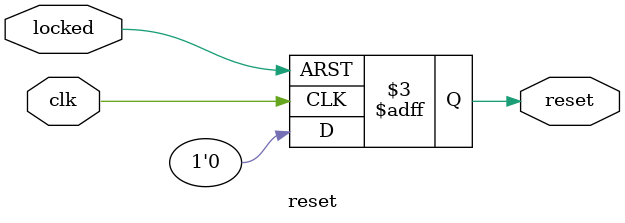
<source format=v>
`timescale 1ns / 1ps
/*
Authors:
Orze³ £ukasz
wiebocki Jakub
*/

module reset(
    input wire clk,
    input wire locked,
    
    output reg reset
);
    
always@(posedge clk or negedge locked) begin
    if(locked == 0) reset <= 1;
    else reset <= 0;
end

endmodule

</source>
